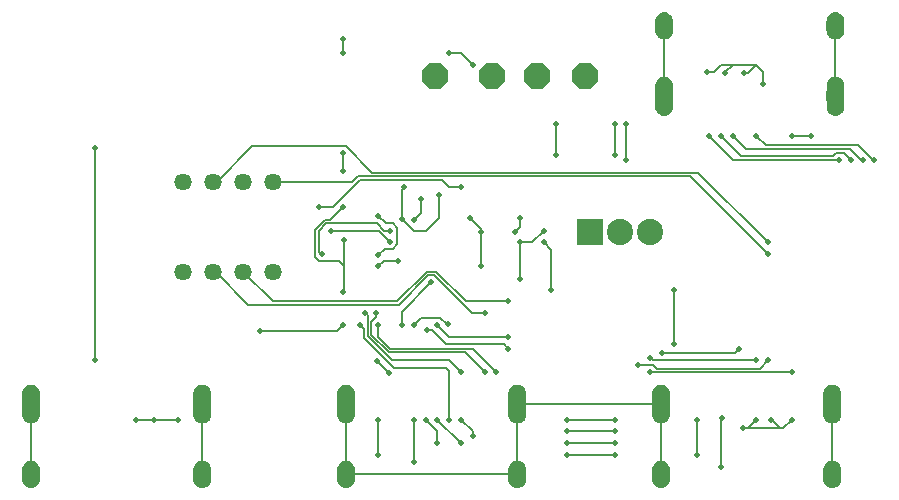
<source format=gbl>
G04 EAGLE Gerber RS-274X export*
G75*
%MOMM*%
%FSLAX34Y34*%
%LPD*%
%INBottom Copper*%
%IPPOS*%
%AMOC8*
5,1,8,0,0,1.08239X$1,22.5*%
G01*
%ADD10P,2.336880X8X22.500000*%
%ADD11C,1.620000*%
%ADD12C,1.463037*%
%ADD13R,2.232000X2.232000*%
%ADD14C,2.232000*%
%ADD15C,0.502400*%
%ADD16C,0.152400*%

G36*
X508468Y367395D02*
X508468Y367395D01*
X508472Y367399D01*
X508475Y367399D01*
X508477Y367397D01*
X509884Y367824D01*
X509889Y367830D01*
X509893Y367827D01*
X511190Y368521D01*
X511193Y368527D01*
X511198Y368526D01*
X512335Y369459D01*
X512336Y369466D01*
X512341Y369465D01*
X513274Y370602D01*
X513274Y370609D01*
X513279Y370610D01*
X513973Y371907D01*
X513972Y371913D01*
X513975Y371915D01*
X513976Y371916D01*
X514126Y372409D01*
X514141Y372458D01*
X514365Y373197D01*
X514403Y373323D01*
X514401Y373329D01*
X514405Y373332D01*
X514549Y374795D01*
X514547Y374798D01*
X514549Y374800D01*
X514549Y392800D01*
X514547Y392803D01*
X514549Y392805D01*
X514405Y394268D01*
X514400Y394273D01*
X514403Y394277D01*
X513976Y395684D01*
X513970Y395689D01*
X513973Y395693D01*
X513279Y396990D01*
X513273Y396993D01*
X513274Y396998D01*
X512341Y398135D01*
X512334Y398136D01*
X512335Y398141D01*
X511198Y399074D01*
X511191Y399074D01*
X511190Y399079D01*
X509893Y399773D01*
X509886Y399771D01*
X509884Y399776D01*
X508477Y400203D01*
X508471Y400201D01*
X508468Y400205D01*
X507005Y400349D01*
X507001Y400347D01*
X506997Y400347D01*
X506995Y400349D01*
X505532Y400205D01*
X505527Y400200D01*
X505523Y400203D01*
X504116Y399776D01*
X504111Y399770D01*
X504107Y399773D01*
X502810Y399079D01*
X502807Y399073D01*
X502802Y399074D01*
X501665Y398141D01*
X501664Y398134D01*
X501659Y398135D01*
X500726Y396998D01*
X500726Y396991D01*
X500721Y396990D01*
X500027Y395693D01*
X500029Y395686D01*
X500024Y395684D01*
X499933Y395386D01*
X499918Y395337D01*
X499694Y394598D01*
X499597Y394277D01*
X499600Y394271D01*
X499595Y394268D01*
X499451Y392805D01*
X499453Y392802D01*
X499451Y392800D01*
X499451Y374800D01*
X499453Y374797D01*
X499451Y374795D01*
X499595Y373332D01*
X499600Y373327D01*
X499597Y373323D01*
X500024Y371916D01*
X500030Y371911D01*
X500027Y371907D01*
X500721Y370610D01*
X500727Y370607D01*
X500726Y370602D01*
X501659Y369465D01*
X501666Y369464D01*
X501665Y369459D01*
X502802Y368526D01*
X502809Y368526D01*
X502810Y368521D01*
X504107Y367827D01*
X504114Y367829D01*
X504116Y367824D01*
X505523Y367397D01*
X505527Y367399D01*
X505530Y367399D01*
X505532Y367395D01*
X506995Y367251D01*
X507001Y367255D01*
X507005Y367251D01*
X508468Y367395D01*
G37*
G36*
X363468Y367395D02*
X363468Y367395D01*
X363472Y367399D01*
X363475Y367399D01*
X363477Y367397D01*
X364884Y367824D01*
X364889Y367830D01*
X364893Y367827D01*
X366190Y368521D01*
X366193Y368527D01*
X366198Y368526D01*
X367335Y369459D01*
X367336Y369466D01*
X367341Y369465D01*
X368274Y370602D01*
X368274Y370609D01*
X368279Y370610D01*
X368973Y371907D01*
X368972Y371913D01*
X368975Y371915D01*
X368976Y371916D01*
X369126Y372409D01*
X369141Y372458D01*
X369365Y373197D01*
X369403Y373323D01*
X369401Y373329D01*
X369405Y373332D01*
X369549Y374795D01*
X369547Y374798D01*
X369549Y374800D01*
X369549Y392800D01*
X369547Y392803D01*
X369549Y392805D01*
X369405Y394268D01*
X369400Y394273D01*
X369403Y394277D01*
X368976Y395684D01*
X368970Y395689D01*
X368973Y395693D01*
X368279Y396990D01*
X368273Y396993D01*
X368274Y396998D01*
X367341Y398135D01*
X367334Y398136D01*
X367335Y398141D01*
X366198Y399074D01*
X366191Y399074D01*
X366190Y399079D01*
X364893Y399773D01*
X364886Y399771D01*
X364884Y399776D01*
X363477Y400203D01*
X363471Y400201D01*
X363468Y400205D01*
X362005Y400349D01*
X362001Y400347D01*
X361997Y400347D01*
X361995Y400349D01*
X360532Y400205D01*
X360527Y400200D01*
X360523Y400203D01*
X359116Y399776D01*
X359111Y399770D01*
X359107Y399773D01*
X357810Y399079D01*
X357807Y399073D01*
X357802Y399074D01*
X356665Y398141D01*
X356664Y398134D01*
X356659Y398135D01*
X355726Y396998D01*
X355726Y396991D01*
X355721Y396990D01*
X355027Y395693D01*
X355029Y395686D01*
X355024Y395684D01*
X354933Y395386D01*
X354918Y395337D01*
X354694Y394598D01*
X354597Y394277D01*
X354600Y394271D01*
X354595Y394268D01*
X354451Y392805D01*
X354453Y392802D01*
X354451Y392800D01*
X354451Y374800D01*
X354453Y374797D01*
X354451Y374795D01*
X354595Y373332D01*
X354600Y373327D01*
X354597Y373323D01*
X355024Y371916D01*
X355030Y371911D01*
X355027Y371907D01*
X355721Y370610D01*
X355727Y370607D01*
X355726Y370602D01*
X356659Y369465D01*
X356666Y369464D01*
X356665Y369459D01*
X357802Y368526D01*
X357809Y368526D01*
X357810Y368521D01*
X359107Y367827D01*
X359114Y367829D01*
X359116Y367824D01*
X360523Y367397D01*
X360527Y367399D01*
X360530Y367399D01*
X360532Y367395D01*
X361995Y367251D01*
X362001Y367255D01*
X362005Y367251D01*
X363468Y367395D01*
G37*
G36*
X-172632Y106695D02*
X-172632Y106695D01*
X-172628Y106698D01*
X-172625Y106698D01*
X-172625Y106699D01*
X-172623Y106697D01*
X-171216Y107124D01*
X-171211Y107130D01*
X-171207Y107127D01*
X-169910Y107821D01*
X-169907Y107827D01*
X-169902Y107826D01*
X-168765Y108759D01*
X-168764Y108766D01*
X-168759Y108765D01*
X-167826Y109902D01*
X-167826Y109909D01*
X-167821Y109910D01*
X-167127Y111207D01*
X-167128Y111213D01*
X-167125Y111215D01*
X-167124Y111216D01*
X-166900Y111955D01*
X-166885Y112004D01*
X-166697Y112623D01*
X-166700Y112629D01*
X-166695Y112632D01*
X-166551Y114095D01*
X-166553Y114098D01*
X-166551Y114100D01*
X-166551Y132100D01*
X-166553Y132103D01*
X-166551Y132105D01*
X-166695Y133568D01*
X-166700Y133573D01*
X-166697Y133577D01*
X-167124Y134984D01*
X-167130Y134989D01*
X-167127Y134993D01*
X-167821Y136290D01*
X-167827Y136293D01*
X-167826Y136298D01*
X-168759Y137435D01*
X-168766Y137436D01*
X-168765Y137441D01*
X-169902Y138374D01*
X-169909Y138374D01*
X-169910Y138379D01*
X-171207Y139073D01*
X-171214Y139071D01*
X-171216Y139076D01*
X-172623Y139503D01*
X-172629Y139501D01*
X-172632Y139505D01*
X-174095Y139649D01*
X-174099Y139647D01*
X-174103Y139647D01*
X-174105Y139649D01*
X-175568Y139505D01*
X-175573Y139500D01*
X-175577Y139503D01*
X-176984Y139076D01*
X-176989Y139070D01*
X-176993Y139073D01*
X-178290Y138379D01*
X-178293Y138373D01*
X-178298Y138374D01*
X-179435Y137441D01*
X-179436Y137434D01*
X-179441Y137435D01*
X-180374Y136298D01*
X-180374Y136291D01*
X-180379Y136290D01*
X-181073Y134993D01*
X-181071Y134986D01*
X-181076Y134984D01*
X-181107Y134883D01*
X-181331Y134144D01*
X-181346Y134095D01*
X-181503Y133577D01*
X-181501Y133571D01*
X-181505Y133568D01*
X-181649Y132105D01*
X-181647Y132102D01*
X-181649Y132100D01*
X-181649Y114100D01*
X-181647Y114097D01*
X-181649Y114095D01*
X-181505Y112632D01*
X-181500Y112627D01*
X-181503Y112623D01*
X-181076Y111216D01*
X-181070Y111211D01*
X-181073Y111207D01*
X-180379Y109910D01*
X-180373Y109907D01*
X-180374Y109902D01*
X-179441Y108765D01*
X-179434Y108764D01*
X-179435Y108759D01*
X-178298Y107826D01*
X-178291Y107826D01*
X-178290Y107821D01*
X-176993Y107127D01*
X-176986Y107129D01*
X-176984Y107124D01*
X-175577Y106697D01*
X-175574Y106698D01*
X-175570Y106698D01*
X-175568Y106695D01*
X-174105Y106551D01*
X-174099Y106555D01*
X-174095Y106551D01*
X-172632Y106695D01*
G37*
G36*
X-27632Y106695D02*
X-27632Y106695D01*
X-27628Y106698D01*
X-27625Y106698D01*
X-27625Y106699D01*
X-27623Y106697D01*
X-26216Y107124D01*
X-26211Y107130D01*
X-26207Y107127D01*
X-24910Y107821D01*
X-24907Y107827D01*
X-24902Y107826D01*
X-23765Y108759D01*
X-23764Y108766D01*
X-23759Y108765D01*
X-22826Y109902D01*
X-22826Y109909D01*
X-22821Y109910D01*
X-22127Y111207D01*
X-22128Y111213D01*
X-22125Y111215D01*
X-22124Y111216D01*
X-21900Y111955D01*
X-21885Y112004D01*
X-21697Y112623D01*
X-21700Y112629D01*
X-21695Y112632D01*
X-21551Y114095D01*
X-21553Y114098D01*
X-21551Y114100D01*
X-21551Y132100D01*
X-21553Y132103D01*
X-21551Y132105D01*
X-21695Y133568D01*
X-21700Y133573D01*
X-21697Y133577D01*
X-22124Y134984D01*
X-22130Y134989D01*
X-22127Y134993D01*
X-22821Y136290D01*
X-22827Y136293D01*
X-22826Y136298D01*
X-23759Y137435D01*
X-23766Y137436D01*
X-23765Y137441D01*
X-24902Y138374D01*
X-24909Y138374D01*
X-24910Y138379D01*
X-26207Y139073D01*
X-26214Y139071D01*
X-26216Y139076D01*
X-27623Y139503D01*
X-27629Y139501D01*
X-27632Y139505D01*
X-29095Y139649D01*
X-29099Y139647D01*
X-29103Y139647D01*
X-29105Y139649D01*
X-30568Y139505D01*
X-30573Y139500D01*
X-30577Y139503D01*
X-31984Y139076D01*
X-31989Y139070D01*
X-31993Y139073D01*
X-33290Y138379D01*
X-33293Y138373D01*
X-33298Y138374D01*
X-34435Y137441D01*
X-34436Y137434D01*
X-34441Y137435D01*
X-35374Y136298D01*
X-35374Y136291D01*
X-35379Y136290D01*
X-36073Y134993D01*
X-36071Y134986D01*
X-36076Y134984D01*
X-36107Y134883D01*
X-36331Y134144D01*
X-36346Y134095D01*
X-36503Y133577D01*
X-36501Y133571D01*
X-36505Y133568D01*
X-36649Y132105D01*
X-36647Y132102D01*
X-36649Y132100D01*
X-36649Y114100D01*
X-36647Y114097D01*
X-36649Y114095D01*
X-36505Y112632D01*
X-36500Y112627D01*
X-36503Y112623D01*
X-36076Y111216D01*
X-36070Y111211D01*
X-36073Y111207D01*
X-35379Y109910D01*
X-35373Y109907D01*
X-35374Y109902D01*
X-34441Y108765D01*
X-34434Y108764D01*
X-34435Y108759D01*
X-33298Y107826D01*
X-33291Y107826D01*
X-33290Y107821D01*
X-31993Y107127D01*
X-31986Y107129D01*
X-31984Y107124D01*
X-30577Y106697D01*
X-30574Y106698D01*
X-30570Y106698D01*
X-30568Y106695D01*
X-29105Y106551D01*
X-29099Y106555D01*
X-29095Y106551D01*
X-27632Y106695D01*
G37*
G36*
X360768Y106695D02*
X360768Y106695D01*
X360772Y106698D01*
X360775Y106698D01*
X360775Y106699D01*
X360777Y106697D01*
X362184Y107124D01*
X362189Y107130D01*
X362193Y107127D01*
X363490Y107821D01*
X363493Y107827D01*
X363498Y107826D01*
X364635Y108759D01*
X364636Y108766D01*
X364641Y108765D01*
X365574Y109902D01*
X365574Y109909D01*
X365579Y109910D01*
X366273Y111207D01*
X366272Y111213D01*
X366275Y111215D01*
X366276Y111216D01*
X366500Y111955D01*
X366501Y111955D01*
X366515Y112004D01*
X366703Y112623D01*
X366701Y112629D01*
X366705Y112632D01*
X366849Y114095D01*
X366847Y114098D01*
X366849Y114100D01*
X366849Y132100D01*
X366847Y132103D01*
X366849Y132105D01*
X366705Y133568D01*
X366700Y133573D01*
X366703Y133577D01*
X366276Y134984D01*
X366270Y134989D01*
X366273Y134993D01*
X365579Y136290D01*
X365573Y136293D01*
X365574Y136298D01*
X364641Y137435D01*
X364634Y137436D01*
X364635Y137441D01*
X363498Y138374D01*
X363491Y138374D01*
X363490Y138379D01*
X362193Y139073D01*
X362186Y139071D01*
X362184Y139076D01*
X360777Y139503D01*
X360771Y139501D01*
X360768Y139505D01*
X359305Y139649D01*
X359301Y139647D01*
X359297Y139647D01*
X359295Y139649D01*
X357832Y139505D01*
X357827Y139500D01*
X357823Y139503D01*
X356416Y139076D01*
X356411Y139070D01*
X356407Y139073D01*
X355110Y138379D01*
X355107Y138373D01*
X355102Y138374D01*
X353965Y137441D01*
X353964Y137434D01*
X353959Y137435D01*
X353026Y136298D01*
X353026Y136291D01*
X353021Y136290D01*
X352327Y134993D01*
X352329Y134986D01*
X352324Y134984D01*
X352293Y134883D01*
X352069Y134144D01*
X352054Y134095D01*
X351897Y133577D01*
X351900Y133571D01*
X351895Y133568D01*
X351751Y132105D01*
X351753Y132102D01*
X351751Y132100D01*
X351751Y114100D01*
X351753Y114097D01*
X351751Y114095D01*
X351895Y112632D01*
X351900Y112627D01*
X351897Y112623D01*
X352324Y111216D01*
X352330Y111211D01*
X352327Y111207D01*
X353021Y109910D01*
X353027Y109907D01*
X353026Y109902D01*
X353959Y108765D01*
X353966Y108764D01*
X353965Y108759D01*
X355102Y107826D01*
X355109Y107826D01*
X355110Y107821D01*
X356407Y107127D01*
X356414Y107129D01*
X356416Y107124D01*
X357823Y106697D01*
X357827Y106698D01*
X357830Y106698D01*
X357832Y106695D01*
X359295Y106551D01*
X359301Y106555D01*
X359305Y106551D01*
X360768Y106695D01*
G37*
G36*
X239068Y106695D02*
X239068Y106695D01*
X239072Y106698D01*
X239075Y106698D01*
X239075Y106699D01*
X239077Y106697D01*
X240484Y107124D01*
X240489Y107130D01*
X240493Y107127D01*
X241790Y107821D01*
X241793Y107827D01*
X241798Y107826D01*
X242935Y108759D01*
X242936Y108766D01*
X242941Y108765D01*
X243874Y109902D01*
X243874Y109909D01*
X243879Y109910D01*
X244573Y111207D01*
X244572Y111213D01*
X244575Y111215D01*
X244576Y111216D01*
X244800Y111955D01*
X244801Y111955D01*
X244815Y112004D01*
X245003Y112623D01*
X245001Y112629D01*
X245005Y112632D01*
X245149Y114095D01*
X245147Y114098D01*
X245149Y114100D01*
X245149Y132100D01*
X245147Y132103D01*
X245149Y132105D01*
X245005Y133568D01*
X245000Y133573D01*
X245003Y133577D01*
X244576Y134984D01*
X244570Y134989D01*
X244573Y134993D01*
X243879Y136290D01*
X243873Y136293D01*
X243874Y136298D01*
X242941Y137435D01*
X242934Y137436D01*
X242935Y137441D01*
X241798Y138374D01*
X241791Y138374D01*
X241790Y138379D01*
X240493Y139073D01*
X240486Y139071D01*
X240484Y139076D01*
X239077Y139503D01*
X239071Y139501D01*
X239068Y139505D01*
X237605Y139649D01*
X237601Y139647D01*
X237597Y139647D01*
X237595Y139649D01*
X236132Y139505D01*
X236127Y139500D01*
X236123Y139503D01*
X234716Y139076D01*
X234711Y139070D01*
X234707Y139073D01*
X233410Y138379D01*
X233407Y138373D01*
X233402Y138374D01*
X232265Y137441D01*
X232264Y137434D01*
X232259Y137435D01*
X231326Y136298D01*
X231326Y136291D01*
X231321Y136290D01*
X230627Y134993D01*
X230629Y134986D01*
X230624Y134984D01*
X230593Y134883D01*
X230369Y134144D01*
X230354Y134095D01*
X230197Y133577D01*
X230200Y133571D01*
X230195Y133568D01*
X230051Y132105D01*
X230053Y132102D01*
X230051Y132100D01*
X230051Y114100D01*
X230053Y114097D01*
X230051Y114095D01*
X230195Y112632D01*
X230200Y112627D01*
X230197Y112623D01*
X230624Y111216D01*
X230630Y111211D01*
X230627Y111207D01*
X231321Y109910D01*
X231327Y109907D01*
X231326Y109902D01*
X232259Y108765D01*
X232266Y108764D01*
X232265Y108759D01*
X233402Y107826D01*
X233409Y107826D01*
X233410Y107821D01*
X234707Y107127D01*
X234714Y107129D01*
X234716Y107124D01*
X236123Y106697D01*
X236127Y106698D01*
X236130Y106698D01*
X236132Y106695D01*
X237595Y106551D01*
X237601Y106555D01*
X237605Y106551D01*
X239068Y106695D01*
G37*
G36*
X94068Y106695D02*
X94068Y106695D01*
X94072Y106698D01*
X94075Y106698D01*
X94075Y106699D01*
X94077Y106697D01*
X95484Y107124D01*
X95489Y107130D01*
X95493Y107127D01*
X96790Y107821D01*
X96793Y107827D01*
X96798Y107826D01*
X97935Y108759D01*
X97936Y108766D01*
X97941Y108765D01*
X98874Y109902D01*
X98874Y109909D01*
X98879Y109910D01*
X99573Y111207D01*
X99572Y111213D01*
X99575Y111215D01*
X99576Y111216D01*
X99800Y111955D01*
X99801Y111955D01*
X99815Y112004D01*
X100003Y112623D01*
X100001Y112629D01*
X100005Y112632D01*
X100149Y114095D01*
X100147Y114098D01*
X100149Y114100D01*
X100149Y132100D01*
X100147Y132103D01*
X100149Y132105D01*
X100005Y133568D01*
X100000Y133573D01*
X100003Y133577D01*
X99576Y134984D01*
X99570Y134989D01*
X99573Y134993D01*
X98879Y136290D01*
X98873Y136293D01*
X98874Y136298D01*
X97941Y137435D01*
X97934Y137436D01*
X97935Y137441D01*
X96798Y138374D01*
X96791Y138374D01*
X96790Y138379D01*
X95493Y139073D01*
X95486Y139071D01*
X95484Y139076D01*
X94077Y139503D01*
X94071Y139501D01*
X94068Y139505D01*
X92605Y139649D01*
X92601Y139647D01*
X92597Y139647D01*
X92595Y139649D01*
X91132Y139505D01*
X91127Y139500D01*
X91123Y139503D01*
X89716Y139076D01*
X89711Y139070D01*
X89707Y139073D01*
X88410Y138379D01*
X88407Y138373D01*
X88402Y138374D01*
X87265Y137441D01*
X87264Y137434D01*
X87259Y137435D01*
X86326Y136298D01*
X86326Y136291D01*
X86321Y136290D01*
X85627Y134993D01*
X85629Y134986D01*
X85624Y134984D01*
X85593Y134883D01*
X85369Y134144D01*
X85354Y134095D01*
X85197Y133577D01*
X85200Y133571D01*
X85195Y133568D01*
X85051Y132105D01*
X85053Y132102D01*
X85051Y132100D01*
X85051Y114100D01*
X85053Y114097D01*
X85051Y114095D01*
X85195Y112632D01*
X85200Y112627D01*
X85197Y112623D01*
X85624Y111216D01*
X85630Y111211D01*
X85627Y111207D01*
X86321Y109910D01*
X86327Y109907D01*
X86326Y109902D01*
X87259Y108765D01*
X87266Y108764D01*
X87265Y108759D01*
X88402Y107826D01*
X88409Y107826D01*
X88410Y107821D01*
X89707Y107127D01*
X89714Y107129D01*
X89716Y107124D01*
X91123Y106697D01*
X91127Y106698D01*
X91130Y106698D01*
X91132Y106695D01*
X92595Y106551D01*
X92601Y106555D01*
X92605Y106551D01*
X94068Y106695D01*
G37*
G36*
X505768Y106695D02*
X505768Y106695D01*
X505772Y106698D01*
X505775Y106698D01*
X505775Y106699D01*
X505777Y106697D01*
X507184Y107124D01*
X507189Y107130D01*
X507193Y107127D01*
X508490Y107821D01*
X508493Y107827D01*
X508498Y107826D01*
X509635Y108759D01*
X509636Y108766D01*
X509641Y108765D01*
X510574Y109902D01*
X510574Y109909D01*
X510579Y109910D01*
X511273Y111207D01*
X511272Y111213D01*
X511275Y111215D01*
X511276Y111216D01*
X511500Y111955D01*
X511501Y111955D01*
X511515Y112004D01*
X511703Y112623D01*
X511701Y112629D01*
X511705Y112632D01*
X511849Y114095D01*
X511847Y114098D01*
X511849Y114100D01*
X511849Y132100D01*
X511847Y132103D01*
X511849Y132105D01*
X511705Y133568D01*
X511700Y133573D01*
X511703Y133577D01*
X511276Y134984D01*
X511270Y134989D01*
X511273Y134993D01*
X510579Y136290D01*
X510573Y136293D01*
X510574Y136298D01*
X509641Y137435D01*
X509634Y137436D01*
X509635Y137441D01*
X508498Y138374D01*
X508491Y138374D01*
X508490Y138379D01*
X507193Y139073D01*
X507186Y139071D01*
X507184Y139076D01*
X505777Y139503D01*
X505771Y139501D01*
X505768Y139505D01*
X504305Y139649D01*
X504301Y139647D01*
X504297Y139647D01*
X504295Y139649D01*
X502832Y139505D01*
X502827Y139500D01*
X502823Y139503D01*
X501416Y139076D01*
X501411Y139070D01*
X501407Y139073D01*
X500110Y138379D01*
X500107Y138373D01*
X500102Y138374D01*
X498965Y137441D01*
X498964Y137434D01*
X498959Y137435D01*
X498026Y136298D01*
X498026Y136291D01*
X498021Y136290D01*
X497327Y134993D01*
X497329Y134986D01*
X497324Y134984D01*
X497293Y134883D01*
X497069Y134144D01*
X497054Y134095D01*
X496897Y133577D01*
X496900Y133571D01*
X496895Y133568D01*
X496751Y132105D01*
X496753Y132102D01*
X496751Y132100D01*
X496751Y114100D01*
X496753Y114097D01*
X496751Y114095D01*
X496895Y112632D01*
X496900Y112627D01*
X496897Y112623D01*
X497324Y111216D01*
X497330Y111211D01*
X497327Y111207D01*
X498021Y109910D01*
X498027Y109907D01*
X498026Y109902D01*
X498959Y108765D01*
X498966Y108764D01*
X498965Y108759D01*
X500102Y107826D01*
X500109Y107826D01*
X500110Y107821D01*
X501407Y107127D01*
X501414Y107129D01*
X501416Y107124D01*
X502823Y106697D01*
X502827Y106698D01*
X502830Y106698D01*
X502832Y106695D01*
X504295Y106551D01*
X504301Y106555D01*
X504305Y106551D01*
X505768Y106695D01*
G37*
G36*
X508468Y431995D02*
X508468Y431995D01*
X508472Y431999D01*
X508475Y431999D01*
X508477Y431997D01*
X509884Y432424D01*
X509889Y432430D01*
X509893Y432427D01*
X511190Y433121D01*
X511193Y433127D01*
X511198Y433126D01*
X512335Y434059D01*
X512336Y434066D01*
X512341Y434065D01*
X513274Y435202D01*
X513274Y435209D01*
X513279Y435210D01*
X513973Y436507D01*
X513972Y436513D01*
X513975Y436515D01*
X513976Y436516D01*
X514126Y437009D01*
X514141Y437058D01*
X514365Y437797D01*
X514403Y437923D01*
X514401Y437929D01*
X514405Y437932D01*
X514549Y439395D01*
X514547Y439398D01*
X514549Y439400D01*
X514549Y447400D01*
X514547Y447403D01*
X514549Y447405D01*
X514405Y448868D01*
X514400Y448873D01*
X514403Y448877D01*
X513976Y450284D01*
X513970Y450289D01*
X513973Y450293D01*
X513279Y451590D01*
X513273Y451593D01*
X513274Y451598D01*
X512341Y452735D01*
X512334Y452736D01*
X512335Y452741D01*
X511198Y453674D01*
X511191Y453674D01*
X511190Y453679D01*
X509893Y454373D01*
X509886Y454371D01*
X509884Y454376D01*
X508477Y454803D01*
X508473Y454801D01*
X508470Y454801D01*
X508468Y454805D01*
X507005Y454949D01*
X507003Y454948D01*
X507003Y454949D01*
X506997Y454949D01*
X506996Y454948D01*
X506995Y454949D01*
X505532Y454805D01*
X505528Y454801D01*
X505525Y454801D01*
X505523Y454803D01*
X504116Y454376D01*
X504111Y454370D01*
X504107Y454373D01*
X502810Y453679D01*
X502807Y453673D01*
X502802Y453674D01*
X501665Y452741D01*
X501664Y452734D01*
X501659Y452735D01*
X500726Y451598D01*
X500726Y451591D01*
X500721Y451590D01*
X500027Y450293D01*
X500028Y450287D01*
X500026Y450285D01*
X500024Y450284D01*
X499964Y450087D01*
X499740Y449348D01*
X499725Y449299D01*
X499597Y448877D01*
X499600Y448871D01*
X499595Y448868D01*
X499451Y447405D01*
X499453Y447402D01*
X499451Y447400D01*
X499451Y439400D01*
X499453Y439397D01*
X499451Y439395D01*
X499595Y437932D01*
X499600Y437927D01*
X499597Y437923D01*
X500024Y436516D01*
X500030Y436511D01*
X500027Y436507D01*
X500721Y435210D01*
X500727Y435207D01*
X500726Y435202D01*
X501659Y434065D01*
X501666Y434064D01*
X501665Y434059D01*
X502802Y433126D01*
X502809Y433126D01*
X502810Y433121D01*
X504107Y432427D01*
X504114Y432429D01*
X504116Y432424D01*
X505523Y431997D01*
X505527Y431999D01*
X505530Y431999D01*
X505532Y431995D01*
X506995Y431851D01*
X507001Y431855D01*
X507005Y431851D01*
X508468Y431995D01*
G37*
G36*
X363468Y431995D02*
X363468Y431995D01*
X363472Y431999D01*
X363475Y431999D01*
X363477Y431997D01*
X364884Y432424D01*
X364889Y432430D01*
X364893Y432427D01*
X366190Y433121D01*
X366193Y433127D01*
X366198Y433126D01*
X367335Y434059D01*
X367336Y434066D01*
X367341Y434065D01*
X368274Y435202D01*
X368274Y435209D01*
X368279Y435210D01*
X368973Y436507D01*
X368972Y436513D01*
X368975Y436515D01*
X368976Y436516D01*
X369126Y437009D01*
X369141Y437058D01*
X369365Y437797D01*
X369403Y437923D01*
X369401Y437929D01*
X369405Y437932D01*
X369549Y439395D01*
X369547Y439398D01*
X369549Y439400D01*
X369549Y447400D01*
X369547Y447403D01*
X369549Y447405D01*
X369405Y448868D01*
X369400Y448873D01*
X369403Y448877D01*
X368976Y450284D01*
X368970Y450289D01*
X368973Y450293D01*
X368279Y451590D01*
X368273Y451593D01*
X368274Y451598D01*
X367341Y452735D01*
X367334Y452736D01*
X367335Y452741D01*
X366198Y453674D01*
X366191Y453674D01*
X366190Y453679D01*
X364893Y454373D01*
X364886Y454371D01*
X364884Y454376D01*
X363477Y454803D01*
X363473Y454801D01*
X363470Y454801D01*
X363468Y454805D01*
X362005Y454949D01*
X362003Y454948D01*
X362003Y454949D01*
X361997Y454949D01*
X361996Y454948D01*
X361995Y454949D01*
X360532Y454805D01*
X360528Y454801D01*
X360525Y454801D01*
X360523Y454803D01*
X359116Y454376D01*
X359111Y454370D01*
X359107Y454373D01*
X357810Y453679D01*
X357807Y453673D01*
X357802Y453674D01*
X356665Y452741D01*
X356664Y452734D01*
X356659Y452735D01*
X355726Y451598D01*
X355726Y451591D01*
X355721Y451590D01*
X355027Y450293D01*
X355028Y450287D01*
X355026Y450285D01*
X355024Y450284D01*
X354964Y450087D01*
X354740Y449348D01*
X354725Y449299D01*
X354597Y448877D01*
X354600Y448871D01*
X354595Y448868D01*
X354451Y447405D01*
X354453Y447402D01*
X354451Y447400D01*
X354451Y439400D01*
X354453Y439397D01*
X354451Y439395D01*
X354595Y437932D01*
X354600Y437927D01*
X354597Y437923D01*
X355024Y436516D01*
X355030Y436511D01*
X355027Y436507D01*
X355721Y435210D01*
X355727Y435207D01*
X355726Y435202D01*
X356659Y434065D01*
X356666Y434064D01*
X356665Y434059D01*
X357802Y433126D01*
X357809Y433126D01*
X357810Y433121D01*
X359107Y432427D01*
X359114Y432429D01*
X359116Y432424D01*
X360523Y431997D01*
X360527Y431999D01*
X360530Y431999D01*
X360532Y431995D01*
X361995Y431851D01*
X362001Y431855D01*
X362005Y431851D01*
X363468Y431995D01*
G37*
G36*
X-27632Y52095D02*
X-27632Y52095D01*
X-27628Y52099D01*
X-27625Y52099D01*
X-27623Y52097D01*
X-26216Y52524D01*
X-26211Y52530D01*
X-26207Y52527D01*
X-24910Y53221D01*
X-24907Y53227D01*
X-24902Y53226D01*
X-23765Y54159D01*
X-23764Y54166D01*
X-23759Y54165D01*
X-22826Y55302D01*
X-22826Y55309D01*
X-22821Y55310D01*
X-22127Y56607D01*
X-22128Y56613D01*
X-22125Y56615D01*
X-22124Y56616D01*
X-21974Y57109D01*
X-21959Y57158D01*
X-21735Y57897D01*
X-21697Y58023D01*
X-21700Y58029D01*
X-21695Y58032D01*
X-21551Y59495D01*
X-21553Y59498D01*
X-21551Y59500D01*
X-21551Y67500D01*
X-21553Y67503D01*
X-21551Y67505D01*
X-21695Y68968D01*
X-21700Y68973D01*
X-21697Y68977D01*
X-22124Y70384D01*
X-22130Y70389D01*
X-22127Y70393D01*
X-22821Y71690D01*
X-22827Y71693D01*
X-22826Y71698D01*
X-23759Y72835D01*
X-23766Y72836D01*
X-23765Y72841D01*
X-24902Y73774D01*
X-24909Y73774D01*
X-24910Y73779D01*
X-26207Y74473D01*
X-26214Y74471D01*
X-26216Y74476D01*
X-27623Y74903D01*
X-27627Y74901D01*
X-27630Y74901D01*
X-27632Y74905D01*
X-29095Y75049D01*
X-29097Y75048D01*
X-29097Y75049D01*
X-29103Y75049D01*
X-29104Y75048D01*
X-29105Y75049D01*
X-30568Y74905D01*
X-30572Y74901D01*
X-30575Y74901D01*
X-30577Y74903D01*
X-31984Y74476D01*
X-31989Y74470D01*
X-31993Y74473D01*
X-33290Y73779D01*
X-33293Y73773D01*
X-33298Y73774D01*
X-34435Y72841D01*
X-34436Y72834D01*
X-34441Y72835D01*
X-35374Y71698D01*
X-35374Y71691D01*
X-35379Y71690D01*
X-36073Y70393D01*
X-36072Y70387D01*
X-36074Y70385D01*
X-36076Y70384D01*
X-36136Y70187D01*
X-36360Y69448D01*
X-36375Y69399D01*
X-36503Y68977D01*
X-36501Y68971D01*
X-36505Y68968D01*
X-36649Y67505D01*
X-36647Y67502D01*
X-36649Y67500D01*
X-36649Y59500D01*
X-36647Y59497D01*
X-36649Y59495D01*
X-36505Y58032D01*
X-36500Y58027D01*
X-36503Y58023D01*
X-36076Y56616D01*
X-36070Y56611D01*
X-36073Y56607D01*
X-35379Y55310D01*
X-35373Y55307D01*
X-35374Y55302D01*
X-34441Y54165D01*
X-34434Y54164D01*
X-34435Y54159D01*
X-33298Y53226D01*
X-33291Y53226D01*
X-33290Y53221D01*
X-31993Y52527D01*
X-31986Y52529D01*
X-31984Y52524D01*
X-30577Y52097D01*
X-30573Y52099D01*
X-30570Y52099D01*
X-30568Y52095D01*
X-29105Y51951D01*
X-29099Y51955D01*
X-29095Y51951D01*
X-27632Y52095D01*
G37*
G36*
X239068Y52095D02*
X239068Y52095D01*
X239072Y52099D01*
X239075Y52099D01*
X239077Y52097D01*
X240484Y52524D01*
X240489Y52530D01*
X240493Y52527D01*
X241790Y53221D01*
X241793Y53227D01*
X241798Y53226D01*
X242935Y54159D01*
X242936Y54166D01*
X242941Y54165D01*
X243874Y55302D01*
X243874Y55309D01*
X243879Y55310D01*
X244573Y56607D01*
X244572Y56613D01*
X244575Y56615D01*
X244576Y56616D01*
X244726Y57109D01*
X244741Y57158D01*
X244965Y57897D01*
X245003Y58023D01*
X245001Y58029D01*
X245005Y58032D01*
X245149Y59495D01*
X245147Y59498D01*
X245149Y59500D01*
X245149Y67500D01*
X245147Y67503D01*
X245149Y67505D01*
X245005Y68968D01*
X245000Y68973D01*
X245003Y68977D01*
X244576Y70384D01*
X244570Y70389D01*
X244573Y70393D01*
X243879Y71690D01*
X243873Y71693D01*
X243874Y71698D01*
X242941Y72835D01*
X242934Y72836D01*
X242935Y72841D01*
X241798Y73774D01*
X241791Y73774D01*
X241790Y73779D01*
X240493Y74473D01*
X240486Y74471D01*
X240484Y74476D01*
X239077Y74903D01*
X239073Y74901D01*
X239070Y74901D01*
X239068Y74905D01*
X237605Y75049D01*
X237603Y75048D01*
X237603Y75049D01*
X237597Y75049D01*
X237596Y75048D01*
X237595Y75049D01*
X236132Y74905D01*
X236128Y74901D01*
X236125Y74901D01*
X236123Y74903D01*
X234716Y74476D01*
X234711Y74470D01*
X234707Y74473D01*
X233410Y73779D01*
X233407Y73773D01*
X233402Y73774D01*
X232265Y72841D01*
X232264Y72834D01*
X232259Y72835D01*
X231326Y71698D01*
X231326Y71691D01*
X231321Y71690D01*
X230627Y70393D01*
X230628Y70387D01*
X230626Y70385D01*
X230624Y70384D01*
X230564Y70187D01*
X230340Y69448D01*
X230325Y69399D01*
X230197Y68977D01*
X230200Y68971D01*
X230195Y68968D01*
X230051Y67505D01*
X230053Y67502D01*
X230051Y67500D01*
X230051Y59500D01*
X230053Y59497D01*
X230051Y59495D01*
X230195Y58032D01*
X230200Y58027D01*
X230197Y58023D01*
X230624Y56616D01*
X230630Y56611D01*
X230627Y56607D01*
X231321Y55310D01*
X231327Y55307D01*
X231326Y55302D01*
X232259Y54165D01*
X232266Y54164D01*
X232265Y54159D01*
X233402Y53226D01*
X233409Y53226D01*
X233410Y53221D01*
X234707Y52527D01*
X234714Y52529D01*
X234716Y52524D01*
X236123Y52097D01*
X236127Y52099D01*
X236130Y52099D01*
X236132Y52095D01*
X237595Y51951D01*
X237601Y51955D01*
X237605Y51951D01*
X239068Y52095D01*
G37*
G36*
X360768Y52095D02*
X360768Y52095D01*
X360772Y52099D01*
X360775Y52099D01*
X360777Y52097D01*
X362184Y52524D01*
X362189Y52530D01*
X362193Y52527D01*
X363490Y53221D01*
X363493Y53227D01*
X363498Y53226D01*
X364635Y54159D01*
X364636Y54166D01*
X364641Y54165D01*
X365574Y55302D01*
X365574Y55309D01*
X365579Y55310D01*
X366273Y56607D01*
X366272Y56613D01*
X366275Y56615D01*
X366276Y56616D01*
X366426Y57109D01*
X366441Y57158D01*
X366665Y57897D01*
X366703Y58023D01*
X366701Y58029D01*
X366705Y58032D01*
X366849Y59495D01*
X366847Y59498D01*
X366849Y59500D01*
X366849Y67500D01*
X366847Y67503D01*
X366849Y67505D01*
X366705Y68968D01*
X366700Y68973D01*
X366703Y68977D01*
X366276Y70384D01*
X366270Y70389D01*
X366273Y70393D01*
X365579Y71690D01*
X365573Y71693D01*
X365574Y71698D01*
X364641Y72835D01*
X364634Y72836D01*
X364635Y72841D01*
X363498Y73774D01*
X363491Y73774D01*
X363490Y73779D01*
X362193Y74473D01*
X362186Y74471D01*
X362184Y74476D01*
X360777Y74903D01*
X360773Y74901D01*
X360770Y74901D01*
X360768Y74905D01*
X359305Y75049D01*
X359303Y75048D01*
X359303Y75049D01*
X359297Y75049D01*
X359296Y75048D01*
X359295Y75049D01*
X357832Y74905D01*
X357828Y74901D01*
X357825Y74901D01*
X357823Y74903D01*
X356416Y74476D01*
X356411Y74470D01*
X356407Y74473D01*
X355110Y73779D01*
X355107Y73773D01*
X355102Y73774D01*
X353965Y72841D01*
X353964Y72834D01*
X353959Y72835D01*
X353026Y71698D01*
X353026Y71691D01*
X353021Y71690D01*
X352327Y70393D01*
X352328Y70387D01*
X352326Y70385D01*
X352324Y70384D01*
X352264Y70187D01*
X352040Y69448D01*
X352025Y69399D01*
X351897Y68977D01*
X351900Y68971D01*
X351895Y68968D01*
X351751Y67505D01*
X351753Y67502D01*
X351751Y67500D01*
X351751Y59500D01*
X351753Y59497D01*
X351751Y59495D01*
X351895Y58032D01*
X351900Y58027D01*
X351897Y58023D01*
X352324Y56616D01*
X352330Y56611D01*
X352327Y56607D01*
X353021Y55310D01*
X353027Y55307D01*
X353026Y55302D01*
X353959Y54165D01*
X353966Y54164D01*
X353965Y54159D01*
X355102Y53226D01*
X355109Y53226D01*
X355110Y53221D01*
X356407Y52527D01*
X356414Y52529D01*
X356416Y52524D01*
X357823Y52097D01*
X357827Y52099D01*
X357830Y52099D01*
X357832Y52095D01*
X359295Y51951D01*
X359301Y51955D01*
X359305Y51951D01*
X360768Y52095D01*
G37*
G36*
X-172632Y52095D02*
X-172632Y52095D01*
X-172628Y52099D01*
X-172625Y52099D01*
X-172623Y52097D01*
X-171216Y52524D01*
X-171211Y52530D01*
X-171207Y52527D01*
X-169910Y53221D01*
X-169907Y53227D01*
X-169902Y53226D01*
X-168765Y54159D01*
X-168764Y54166D01*
X-168759Y54165D01*
X-167826Y55302D01*
X-167826Y55309D01*
X-167821Y55310D01*
X-167127Y56607D01*
X-167128Y56613D01*
X-167125Y56615D01*
X-167124Y56616D01*
X-166974Y57109D01*
X-166959Y57158D01*
X-166735Y57897D01*
X-166697Y58023D01*
X-166700Y58029D01*
X-166695Y58032D01*
X-166551Y59495D01*
X-166553Y59498D01*
X-166551Y59500D01*
X-166551Y67500D01*
X-166553Y67503D01*
X-166551Y67505D01*
X-166695Y68968D01*
X-166700Y68973D01*
X-166697Y68977D01*
X-167124Y70384D01*
X-167130Y70389D01*
X-167127Y70393D01*
X-167821Y71690D01*
X-167827Y71693D01*
X-167826Y71698D01*
X-168759Y72835D01*
X-168766Y72836D01*
X-168765Y72841D01*
X-169902Y73774D01*
X-169909Y73774D01*
X-169910Y73779D01*
X-171207Y74473D01*
X-171214Y74471D01*
X-171216Y74476D01*
X-172623Y74903D01*
X-172627Y74901D01*
X-172630Y74901D01*
X-172632Y74905D01*
X-174095Y75049D01*
X-174097Y75048D01*
X-174097Y75049D01*
X-174103Y75049D01*
X-174104Y75048D01*
X-174105Y75049D01*
X-175568Y74905D01*
X-175572Y74901D01*
X-175575Y74901D01*
X-175577Y74903D01*
X-176984Y74476D01*
X-176989Y74470D01*
X-176993Y74473D01*
X-178290Y73779D01*
X-178293Y73773D01*
X-178298Y73774D01*
X-179435Y72841D01*
X-179436Y72834D01*
X-179441Y72835D01*
X-180374Y71698D01*
X-180374Y71691D01*
X-180379Y71690D01*
X-181073Y70393D01*
X-181072Y70387D01*
X-181074Y70385D01*
X-181076Y70384D01*
X-181136Y70187D01*
X-181360Y69448D01*
X-181375Y69399D01*
X-181503Y68977D01*
X-181501Y68971D01*
X-181505Y68968D01*
X-181649Y67505D01*
X-181647Y67502D01*
X-181649Y67500D01*
X-181649Y59500D01*
X-181647Y59497D01*
X-181649Y59495D01*
X-181505Y58032D01*
X-181500Y58027D01*
X-181503Y58023D01*
X-181076Y56616D01*
X-181070Y56611D01*
X-181073Y56607D01*
X-180379Y55310D01*
X-180373Y55307D01*
X-180374Y55302D01*
X-179441Y54165D01*
X-179434Y54164D01*
X-179435Y54159D01*
X-178298Y53226D01*
X-178291Y53226D01*
X-178290Y53221D01*
X-176993Y52527D01*
X-176986Y52529D01*
X-176984Y52524D01*
X-175577Y52097D01*
X-175573Y52099D01*
X-175570Y52099D01*
X-175568Y52095D01*
X-174105Y51951D01*
X-174099Y51955D01*
X-174095Y51951D01*
X-172632Y52095D01*
G37*
G36*
X94068Y52095D02*
X94068Y52095D01*
X94072Y52099D01*
X94075Y52099D01*
X94077Y52097D01*
X95484Y52524D01*
X95489Y52530D01*
X95493Y52527D01*
X96790Y53221D01*
X96793Y53227D01*
X96798Y53226D01*
X97935Y54159D01*
X97936Y54166D01*
X97941Y54165D01*
X98874Y55302D01*
X98874Y55309D01*
X98879Y55310D01*
X99573Y56607D01*
X99572Y56613D01*
X99575Y56615D01*
X99576Y56616D01*
X99726Y57109D01*
X99741Y57158D01*
X99965Y57897D01*
X100003Y58023D01*
X100001Y58029D01*
X100005Y58032D01*
X100149Y59495D01*
X100147Y59498D01*
X100149Y59500D01*
X100149Y67500D01*
X100147Y67503D01*
X100149Y67505D01*
X100005Y68968D01*
X100000Y68973D01*
X100003Y68977D01*
X99576Y70384D01*
X99570Y70389D01*
X99573Y70393D01*
X98879Y71690D01*
X98873Y71693D01*
X98874Y71698D01*
X97941Y72835D01*
X97934Y72836D01*
X97935Y72841D01*
X96798Y73774D01*
X96791Y73774D01*
X96790Y73779D01*
X95493Y74473D01*
X95486Y74471D01*
X95484Y74476D01*
X94077Y74903D01*
X94073Y74901D01*
X94070Y74901D01*
X94068Y74905D01*
X92605Y75049D01*
X92603Y75048D01*
X92603Y75049D01*
X92597Y75049D01*
X92596Y75048D01*
X92595Y75049D01*
X91132Y74905D01*
X91128Y74901D01*
X91125Y74901D01*
X91123Y74903D01*
X89716Y74476D01*
X89711Y74470D01*
X89707Y74473D01*
X88410Y73779D01*
X88407Y73773D01*
X88402Y73774D01*
X87265Y72841D01*
X87264Y72834D01*
X87259Y72835D01*
X86326Y71698D01*
X86326Y71691D01*
X86321Y71690D01*
X85627Y70393D01*
X85628Y70387D01*
X85626Y70385D01*
X85624Y70384D01*
X85564Y70187D01*
X85340Y69448D01*
X85325Y69399D01*
X85197Y68977D01*
X85200Y68971D01*
X85195Y68968D01*
X85051Y67505D01*
X85053Y67502D01*
X85051Y67500D01*
X85051Y59500D01*
X85053Y59497D01*
X85051Y59495D01*
X85195Y58032D01*
X85200Y58027D01*
X85197Y58023D01*
X85624Y56616D01*
X85630Y56611D01*
X85627Y56607D01*
X86321Y55310D01*
X86327Y55307D01*
X86326Y55302D01*
X87259Y54165D01*
X87266Y54164D01*
X87265Y54159D01*
X88402Y53226D01*
X88409Y53226D01*
X88410Y53221D01*
X89707Y52527D01*
X89714Y52529D01*
X89716Y52524D01*
X91123Y52097D01*
X91127Y52099D01*
X91130Y52099D01*
X91132Y52095D01*
X92595Y51951D01*
X92601Y51955D01*
X92605Y51951D01*
X94068Y52095D01*
G37*
G36*
X505768Y52095D02*
X505768Y52095D01*
X505772Y52099D01*
X505775Y52099D01*
X505777Y52097D01*
X507184Y52524D01*
X507189Y52530D01*
X507193Y52527D01*
X508490Y53221D01*
X508493Y53227D01*
X508498Y53226D01*
X509635Y54159D01*
X509636Y54166D01*
X509641Y54165D01*
X510574Y55302D01*
X510574Y55309D01*
X510579Y55310D01*
X511273Y56607D01*
X511272Y56613D01*
X511275Y56615D01*
X511276Y56616D01*
X511426Y57109D01*
X511441Y57158D01*
X511665Y57897D01*
X511703Y58023D01*
X511701Y58029D01*
X511705Y58032D01*
X511849Y59495D01*
X511847Y59498D01*
X511849Y59500D01*
X511849Y67500D01*
X511847Y67503D01*
X511849Y67505D01*
X511705Y68968D01*
X511700Y68973D01*
X511703Y68977D01*
X511276Y70384D01*
X511270Y70389D01*
X511273Y70393D01*
X510579Y71690D01*
X510573Y71693D01*
X510574Y71698D01*
X509641Y72835D01*
X509634Y72836D01*
X509635Y72841D01*
X508498Y73774D01*
X508491Y73774D01*
X508490Y73779D01*
X507193Y74473D01*
X507186Y74471D01*
X507184Y74476D01*
X505777Y74903D01*
X505773Y74901D01*
X505770Y74901D01*
X505768Y74905D01*
X504305Y75049D01*
X504303Y75048D01*
X504303Y75049D01*
X504297Y75049D01*
X504296Y75048D01*
X504295Y75049D01*
X502832Y74905D01*
X502828Y74901D01*
X502825Y74901D01*
X502823Y74903D01*
X501416Y74476D01*
X501411Y74470D01*
X501407Y74473D01*
X500110Y73779D01*
X500107Y73773D01*
X500102Y73774D01*
X498965Y72841D01*
X498964Y72834D01*
X498959Y72835D01*
X498026Y71698D01*
X498026Y71691D01*
X498021Y71690D01*
X497327Y70393D01*
X497328Y70387D01*
X497326Y70385D01*
X497324Y70384D01*
X497264Y70187D01*
X497040Y69448D01*
X497025Y69399D01*
X496897Y68977D01*
X496900Y68971D01*
X496895Y68968D01*
X496751Y67505D01*
X496753Y67502D01*
X496751Y67500D01*
X496751Y59500D01*
X496753Y59497D01*
X496751Y59495D01*
X496895Y58032D01*
X496900Y58027D01*
X496897Y58023D01*
X497324Y56616D01*
X497330Y56611D01*
X497327Y56607D01*
X498021Y55310D01*
X498027Y55307D01*
X498026Y55302D01*
X498959Y54165D01*
X498966Y54164D01*
X498965Y54159D01*
X500102Y53226D01*
X500109Y53226D01*
X500110Y53221D01*
X501407Y52527D01*
X501414Y52529D01*
X501416Y52524D01*
X502823Y52097D01*
X502827Y52099D01*
X502830Y52099D01*
X502832Y52095D01*
X504295Y51951D01*
X504301Y51955D01*
X504305Y51951D01*
X505768Y52095D01*
G37*
D10*
X167800Y400700D03*
D11*
X359300Y123100D03*
X359300Y63500D03*
X504300Y123100D03*
X504300Y63500D03*
X507000Y383800D03*
X507000Y443400D03*
X362000Y383800D03*
X362000Y443400D03*
X-174100Y123100D03*
X-174100Y63500D03*
X-29100Y123100D03*
X-29100Y63500D03*
X92600Y123100D03*
X92600Y63500D03*
X237600Y123100D03*
X237600Y63500D03*
D12*
X-45200Y234800D03*
X-19800Y234800D03*
X-19800Y311000D03*
X-45200Y311000D03*
X5600Y234800D03*
X31000Y234800D03*
X5600Y311000D03*
X31000Y311000D03*
D10*
X294800Y400700D03*
X254000Y400700D03*
X215900Y400700D03*
D13*
X299100Y268600D03*
D14*
X324500Y268600D03*
X349900Y268600D03*
D15*
X161080Y186068D03*
D16*
X165351Y186068D01*
X177487Y173932D01*
X226068Y173932D01*
D15*
X230000Y170000D03*
D16*
X226068Y173932D01*
D15*
X170000Y190000D03*
D16*
X180000Y180000D02*
X230000Y180000D01*
X180000Y180000D02*
X170000Y190000D01*
X230000Y180000D02*
X230047Y179953D01*
D15*
X230047Y179953D03*
X109017Y200000D03*
D16*
X110884Y198133D01*
X110884Y180495D01*
X180000Y160000D02*
X190000Y150000D01*
X180000Y160000D02*
X131379Y160000D01*
D15*
X190000Y150000D03*
D16*
X131379Y160000D02*
X110884Y180495D01*
D15*
X104816Y190000D03*
D16*
X107836Y186980D01*
X107836Y179232D01*
X133136Y153932D01*
X177487Y153932D01*
D15*
X180000Y110000D03*
D16*
X180000Y151419D02*
X177487Y153932D01*
X180000Y151419D02*
X180000Y110000D01*
D15*
X120000Y190000D03*
D16*
X120000Y180000D01*
X130000Y170000D01*
X200000Y170000D01*
X220000Y150000D01*
D15*
X220000Y150000D03*
X118105Y200000D03*
D16*
X118105Y196687D01*
X113932Y192514D01*
X113932Y181757D01*
X128737Y166952D01*
X193048Y166952D02*
X210000Y150000D01*
D15*
X210000Y150000D03*
D16*
X193048Y166952D02*
X128737Y166952D01*
X362000Y383800D02*
X362000Y443400D01*
X507000Y443400D02*
X507000Y383800D01*
X504300Y123100D02*
X504300Y63500D01*
X359300Y63500D02*
X359300Y123100D01*
X92600Y123100D02*
X92600Y63500D01*
X-174100Y63500D02*
X-174100Y123100D01*
X-29100Y123100D02*
X-29100Y63500D01*
X237600Y63500D02*
X237600Y123100D01*
X359300Y123100D01*
X237600Y63500D02*
X92600Y63500D01*
D15*
X440000Y350000D03*
X540000Y330000D03*
D16*
X447836Y342164D02*
X440000Y350000D01*
X538582Y330000D02*
X540000Y330000D01*
X526418Y342164D02*
X447836Y342164D01*
X526418Y342164D02*
X538582Y330000D01*
D15*
X320000Y80000D03*
D16*
X280000Y80000D01*
D15*
X280000Y80000D03*
X425732Y170092D03*
D16*
X421708Y166068D01*
X360000Y166068D01*
D15*
X360000Y166068D03*
X160000Y110000D03*
D16*
X170000Y100000D01*
X170000Y90000D01*
D15*
X170000Y90000D03*
X420000Y350000D03*
X530000Y330000D03*
D16*
X528582Y330000D01*
X430884Y339116D02*
X420000Y350000D01*
X430884Y339116D02*
X519466Y339116D01*
X528582Y330000D01*
D15*
X320000Y90000D03*
D16*
X280000Y90000D01*
D15*
X280000Y90000D03*
X440000Y160000D03*
D16*
X352136Y160000D01*
X350000Y162136D01*
D15*
X350000Y162136D03*
X170000Y110000D03*
D16*
X190000Y90000D01*
D15*
X190000Y90000D03*
X410000Y350000D03*
D16*
X426952Y333048D01*
D15*
X520000Y330000D03*
D16*
X507855Y336068D02*
X504835Y333048D01*
X507855Y336068D02*
X513932Y336068D01*
X520000Y330000D01*
X504835Y333048D02*
X426952Y333048D01*
D15*
X320000Y100000D03*
D16*
X280000Y100000D01*
D15*
X280000Y100000D03*
X450000Y160000D03*
D16*
X443048Y153048D01*
D15*
X340000Y156068D03*
D16*
X352514Y156068D02*
X355534Y153048D01*
X352514Y156068D02*
X340000Y156068D01*
X355534Y153048D02*
X443048Y153048D01*
D15*
X190100Y110000D03*
D16*
X200000Y100100D01*
X200000Y96068D01*
D15*
X200000Y96068D03*
X400000Y350000D03*
D16*
X420000Y330000D01*
D15*
X510368Y330000D03*
D16*
X420000Y330000D01*
D15*
X320000Y110000D03*
D16*
X280000Y110000D01*
D15*
X280000Y110000D03*
X470000Y150000D03*
D16*
X350000Y150000D01*
D15*
X350000Y150000D03*
X-50000Y110000D03*
D16*
X-70000Y110000D01*
D15*
X-70000Y110000D03*
D16*
X-85532Y110000D01*
D15*
X-85532Y110000D03*
X120000Y249088D03*
X120000Y282136D03*
D16*
X132514Y276068D02*
X136068Y272514D01*
X132514Y276068D02*
X126068Y276068D01*
X120000Y282136D01*
X136068Y258410D02*
X132232Y254574D01*
X136068Y258410D02*
X136068Y272514D01*
X125486Y254574D02*
X120000Y249088D01*
X125486Y254574D02*
X132232Y254574D01*
D15*
X398432Y404272D03*
D16*
X404272Y404272D01*
X410000Y410000D01*
X420000Y410000D02*
X440000Y410000D01*
X420000Y410000D02*
X410000Y410000D01*
D15*
X429500Y403204D03*
D16*
X433204Y403204D01*
X440000Y410000D01*
D15*
X413932Y403772D03*
D16*
X413932Y403932D01*
X420000Y410000D01*
D15*
X446068Y394506D03*
D16*
X446068Y403932D01*
X440000Y410000D01*
D15*
X180000Y420000D03*
D16*
X190000Y420000D01*
X200000Y410000D01*
D15*
X200000Y410000D03*
X428399Y103020D03*
D16*
X433020Y103020D02*
X460000Y103020D01*
X463020Y103020D01*
X470000Y110000D01*
D15*
X470000Y110000D03*
X440000Y110000D03*
D16*
X433020Y103020D01*
X428399Y103020D01*
D15*
X452868Y110000D03*
D16*
X453020Y110000D01*
X460000Y103020D01*
X129718Y260642D02*
X120360Y270000D01*
D15*
X129718Y260642D03*
X79530Y270000D03*
D16*
X120360Y270000D01*
D15*
X206878Y268478D03*
D16*
X206878Y271111D01*
X197375Y280614D01*
D15*
X197375Y280614D03*
D16*
X206878Y268478D02*
X206878Y240000D01*
D15*
X206878Y240000D03*
X130000Y270000D03*
D16*
X124671Y270000D01*
X118603Y276068D01*
D15*
X72164Y250000D03*
D16*
X70000Y252164D01*
X70000Y270000D01*
X76068Y276068D01*
X118603Y276068D01*
D15*
X235626Y268478D03*
D16*
X240000Y272852D01*
X240000Y280614D01*
D15*
X240000Y280614D03*
X90000Y432164D03*
D16*
X90000Y420000D01*
D15*
X90000Y420000D03*
X90000Y335318D03*
D16*
X90000Y320000D01*
D15*
X90000Y320000D03*
X70000Y290000D03*
X190000Y306578D03*
D16*
X81419Y290000D02*
X70000Y290000D01*
X173522Y312889D02*
X178205Y308205D01*
X179833Y306578D01*
X190000Y306578D01*
X104308Y312889D02*
X81419Y290000D01*
X104308Y312889D02*
X173522Y312889D01*
D15*
X-120000Y160000D03*
D16*
X-120000Y340000D01*
D15*
X-120000Y340000D03*
X150000Y110000D03*
D16*
X150000Y73932D01*
D15*
X150000Y73932D03*
X410000Y70000D03*
D16*
X410000Y110000D01*
X411160Y111160D01*
D15*
X411160Y111160D03*
X266068Y220000D03*
D16*
X266068Y253932D01*
X260000Y260000D01*
D15*
X260000Y260000D03*
X486068Y350000D03*
D16*
X470000Y350000D01*
D15*
X470000Y350000D03*
X119243Y159243D03*
D16*
X129032Y149455D01*
D15*
X129032Y149455D03*
X149954Y189954D03*
X179148Y190852D03*
D16*
X177730Y190852D01*
X172514Y196068D01*
X156068Y196068D02*
X149954Y189954D01*
X156068Y196068D02*
X172514Y196068D01*
D15*
X20000Y184800D03*
D16*
X84800Y184800D01*
X90000Y190000D01*
D15*
X90000Y190000D03*
X90527Y261945D03*
D16*
X90527Y240000D01*
X90527Y218332D01*
X90000Y217805D01*
D15*
X90000Y217805D03*
X90000Y290000D03*
D16*
X66096Y247487D02*
X69651Y243932D01*
X74805Y279116D02*
X79116Y279116D01*
X90000Y290000D01*
X66096Y270407D02*
X66096Y247487D01*
X66096Y270407D02*
X74805Y279116D01*
X86595Y243932D02*
X90527Y240000D01*
X86595Y243932D02*
X69651Y243932D01*
D15*
X150000Y278932D03*
D16*
X156022Y284954D01*
X156022Y296821D01*
D15*
X156022Y296821D03*
X370000Y173932D03*
X370000Y220000D03*
X390000Y110000D03*
D16*
X390000Y80000D01*
D15*
X390000Y80000D03*
X120000Y110000D03*
D16*
X120000Y80000D01*
D15*
X120000Y80000D03*
D16*
X370000Y173932D02*
X370000Y220000D01*
D15*
X142004Y306578D03*
X164940Y226137D03*
D16*
X140000Y201197D01*
X140000Y190000D01*
D15*
X140000Y190000D03*
X136503Y244574D03*
D16*
X124574Y244574D01*
X120000Y240000D01*
D15*
X120000Y240000D03*
X140000Y280000D03*
D16*
X140000Y304575D01*
X142004Y306578D01*
D15*
X260000Y270000D03*
D16*
X250000Y260000D01*
X240000Y260000D01*
D15*
X240000Y260000D03*
X240000Y228600D03*
D16*
X240000Y260000D01*
X150000Y270000D02*
X140000Y280000D01*
X150000Y270000D02*
X160000Y270000D01*
X171008Y281008D01*
D15*
X171008Y300000D03*
D16*
X171008Y281008D01*
D15*
X450000Y250000D03*
D16*
X98108Y311000D02*
X31000Y311000D01*
X98108Y311000D02*
X103045Y315937D01*
X384063Y315937D01*
X450000Y250000D01*
D15*
X450000Y260000D03*
D16*
X-16972Y311000D02*
X-19800Y311000D01*
X92514Y341386D02*
X114914Y318985D01*
X13414Y341386D02*
X-16972Y311000D01*
X13414Y341386D02*
X92514Y341386D01*
X114914Y318985D02*
X391015Y318985D01*
X450000Y260000D01*
D15*
X210000Y200000D03*
D16*
X199658Y200000D01*
X137174Y206952D02*
X10000Y206952D01*
X162427Y232205D02*
X167454Y232205D01*
X199658Y200000D01*
X162427Y232205D02*
X137174Y206952D01*
X10000Y206952D02*
X-17848Y234800D01*
X-19800Y234800D01*
X5600Y234800D02*
X30400Y210000D01*
D15*
X230047Y210047D03*
D16*
X193922Y210047D01*
X168716Y235253D02*
X161164Y235253D01*
X168716Y235253D02*
X193922Y210047D01*
X161164Y235253D02*
X135911Y210000D01*
X30400Y210000D01*
D15*
X270000Y333932D03*
X270000Y360000D03*
D16*
X270000Y333932D01*
D15*
X320000Y333932D03*
D16*
X320000Y360000D01*
D15*
X320000Y360000D03*
X330000Y330000D03*
D16*
X330000Y360000D01*
D15*
X330000Y360000D03*
M02*

</source>
